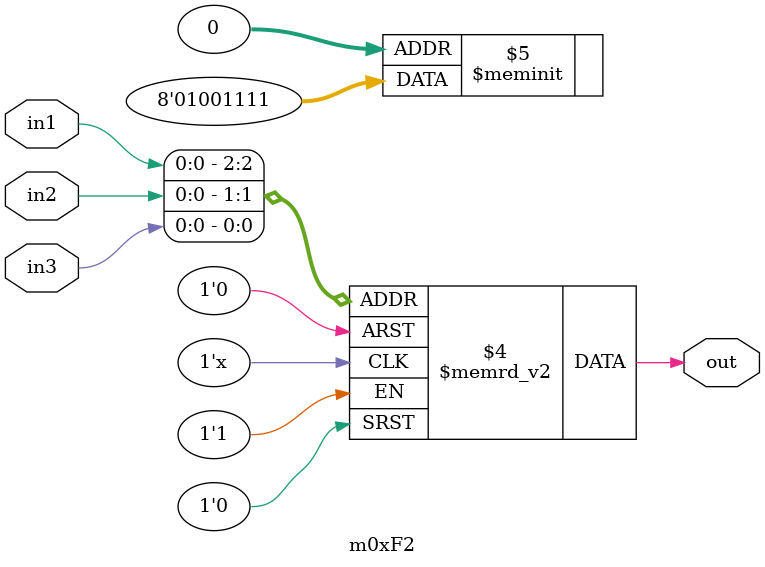
<source format=v>
module m0xF2(output out, input in1, in2, in3);

   always @(in1, in2, in3)
     begin
        case({in1, in2, in3})
          3'b000: {out} = 1'b1;
          3'b001: {out} = 1'b1;
          3'b010: {out} = 1'b1;
          3'b011: {out} = 1'b1;
          3'b100: {out} = 1'b0;
          3'b101: {out} = 1'b0;
          3'b110: {out} = 1'b1;
          3'b111: {out} = 1'b0;
        endcase // case ({in1, in2, in3})
     end // always @ (in1, in2, in3)

endmodule // m0xF2
</source>
